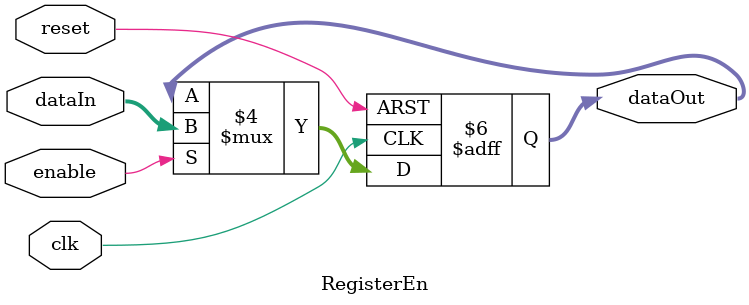
<source format=v>
`timescale 1ns / 1ps
module RegisterEn(clk,enable,reset,dataIn,dataOut);

parameter n=8;

input clk,reset,enable;
input[n-1:0] dataIn;
output reg[n-1:0] dataOut = 0;

always@(posedge clk,posedge reset)begin

	if(reset)
		dataOut <= 0;
	else
		if(enable)
			dataOut <= dataIn;
		else
			dataOut <= dataOut;

end

endmodule


</source>
